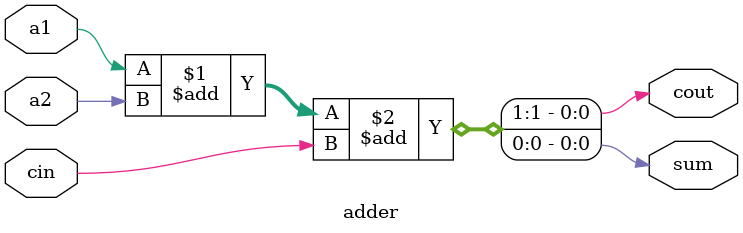
<source format=v>
module adder (cin, a1, a2, sum, cout);

input   wire    cin;
input   wire    a1;
input   wire    a2;

output  wire    sum;
output  wire    cout;

assign {cout, sum} = a1 + a2 + cin;

endmodule

</source>
